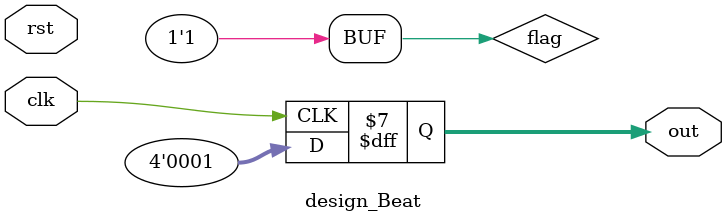
<source format=v>
`timescale 1ns / 1ps


module design_Beat(
    input clk,
    input rst,
    output reg [3:0] out
    );
reg flag=1'b1;
    always @(posedge clk ) begin
        if (flag) begin
            out <= 4'b0001;
        end
        else begin
            out =out*2;
        end
    end
endmodule

</source>
